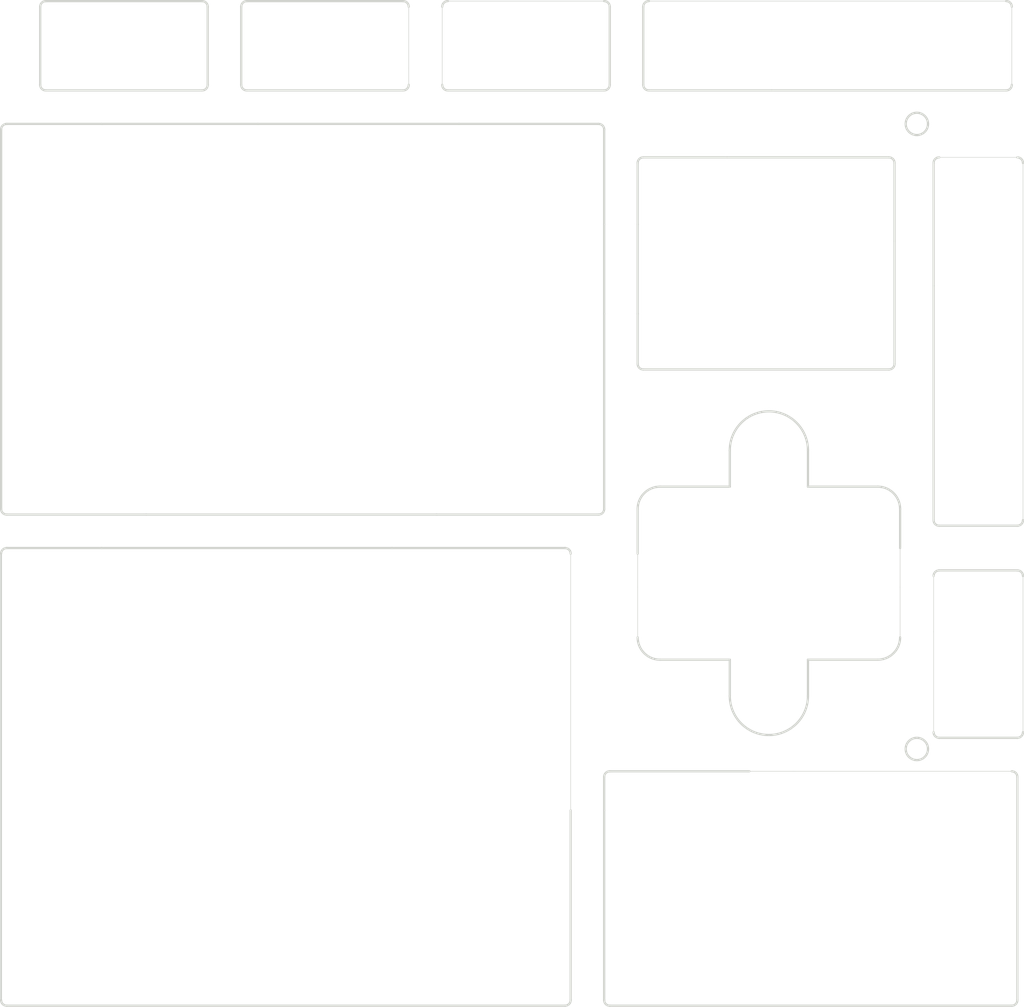
<source format=kicad_pcb>
(kicad_pcb (version 20221018) (generator pcbnew)

  (general
    (thickness 1.6)
  )

  (paper "A4")
  (layers
    (0 "F.Cu" signal)
    (31 "B.Cu" signal)
    (32 "B.Adhes" user "B.Adhesive")
    (33 "F.Adhes" user "F.Adhesive")
    (34 "B.Paste" user)
    (35 "F.Paste" user)
    (36 "B.SilkS" user "B.Silkscreen")
    (37 "F.SilkS" user "F.Silkscreen")
    (38 "B.Mask" user)
    (39 "F.Mask" user)
    (40 "Dwgs.User" user "User.Drawings")
    (41 "Cmts.User" user "User.Comments")
    (42 "Eco1.User" user "User.Eco1")
    (43 "Eco2.User" user "User.Eco2")
    (44 "Edge.Cuts" user)
    (45 "Margin" user)
    (46 "B.CrtYd" user "B.Courtyard")
    (47 "F.CrtYd" user "F.Courtyard")
    (48 "B.Fab" user)
    (49 "F.Fab" user)
  )

  (setup
    (pad_to_mask_clearance 0.051)
    (solder_mask_min_width 0.25)
    (pcbplotparams
      (layerselection 0x0001000_7ffffffe)
      (plot_on_all_layers_selection 0x0001000_00000000)
      (disableapertmacros false)
      (usegerberextensions false)
      (usegerberattributes false)
      (usegerberadvancedattributes false)
      (creategerberjobfile false)
      (dashed_line_dash_ratio 12.000000)
      (dashed_line_gap_ratio 3.000000)
      (svgprecision 4)
      (plotframeref false)
      (viasonmask false)
      (mode 1)
      (useauxorigin false)
      (hpglpennumber 1)
      (hpglpenspeed 20)
      (hpglpendiameter 15.000000)
      (dxfpolygonmode true)
      (dxfimperialunits true)
      (dxfusepcbnewfont true)
      (psnegative false)
      (psa4output false)
      (plotreference false)
      (plotvalue false)
      (plotinvisibletext false)
      (sketchpadsonfab false)
      (subtractmaskfromsilk false)
      (outputformat 3)
      (mirror false)
      (drillshape 2)
      (scaleselection 1)
      (outputdirectory "./")
    )
  )

  (net 0 "")

  (gr_line (start 152.5 87.5) (end 152.5 101.5)
    (stroke (width 0.05) (type solid)) (layer "Edge.Cuts") (tstamp 00000000-0000-0000-0000-00005cb70f6b))
  (gr_line (start 126.25 76.25) (end 126.25 79.5)
    (stroke (width 0.2) (type solid)) (layer "Edge.Cuts") (tstamp 00000000-0000-0000-0000-00005cb71691))
  (gr_line (start 126.25 95) (end 120 95)
    (stroke (width 0.2) (type solid)) (layer "Edge.Cuts") (tstamp 00000000-0000-0000-0000-00005cb71694))
  (gr_line (start 133.25 76.25) (end 133.25 79.5)
    (stroke (width 0.2) (type solid)) (layer "Edge.Cuts") (tstamp 00000000-0000-0000-0000-00005cb71697))
  (gr_arc (start 126.25 76.25) (mid 129.75 72.75) (end 133.25 76.25)
    (stroke (width 0.2) (type solid)) (layer "Edge.Cuts") (tstamp 00000000-0000-0000-0000-00005cb7169a))
  (gr_arc (start 141.5 93) (mid 140.914214 94.414214) (end 139.5 95)
    (stroke (width 0.2) (type solid)) (layer "Edge.Cuts") (tstamp 00000000-0000-0000-0000-00005cb7169d))
  (gr_line (start 133.25 98.25) (end 133.25 95)
    (stroke (width 0.2) (type solid)) (layer "Edge.Cuts") (tstamp 00000000-0000-0000-0000-00005cb716a0))
  (gr_arc (start 139.5 79.5) (mid 140.914214 80.085786) (end 141.5 81.5)
    (stroke (width 0.2) (type solid)) (layer "Edge.Cuts") (tstamp 00000000-0000-0000-0000-00005cb716a3))
  (gr_arc (start 118 81.5) (mid 118.585786 80.085786) (end 120 79.5)
    (stroke (width 0.2) (type solid)) (layer "Edge.Cuts") (tstamp 00000000-0000-0000-0000-00005cb716a6))
  (gr_arc (start 133.25 98.25) (mid 129.75 101.75) (end 126.25 98.25)
    (stroke (width 0.2) (type solid)) (layer "Edge.Cuts") (tstamp 00000000-0000-0000-0000-00005cb716a9))
  (gr_line (start 126.25 98.25) (end 126.25 95)
    (stroke (width 0.2) (type solid)) (layer "Edge.Cuts") (tstamp 00000000-0000-0000-0000-00005cb716ac))
  (gr_line (start 139.5 79.5) (end 133.25 79.5)
    (stroke (width 0.2) (type solid)) (layer "Edge.Cuts") (tstamp 00000000-0000-0000-0000-00005cb716af))
  (gr_arc (start 120 95) (mid 118.585786 94.414214) (end 118 93)
    (stroke (width 0.2) (type solid)) (layer "Edge.Cuts") (tstamp 00000000-0000-0000-0000-00005cb716b2))
  (gr_line (start 126.25 79.5) (end 120 79.5)
    (stroke (width 0.2) (type solid)) (layer "Edge.Cuts") (tstamp 00000000-0000-0000-0000-00005cb716b5))
  (gr_line (start 139.5 95) (end 133.25 95)
    (stroke (width 0.2) (type solid)) (layer "Edge.Cuts") (tstamp 00000000-0000-0000-0000-00005cb716b8))
  (gr_line (start 141.5 85) (end 141.5 81.5)
    (stroke (width 0.2) (type solid)) (layer "Edge.Cuts") (tstamp 00000000-0000-0000-0000-00005cb716bb))
  (gr_line (start 118 81.5) (end 118 85.5)
    (stroke (width 0.2) (type solid)) (layer "Edge.Cuts") (tstamp 00000000-0000-0000-0000-00005cb716e2))
  (gr_line (start 112 85.5) (end 112 108.5)
    (stroke (width 0.05) (type solid)) (layer "Edge.Cuts") (tstamp 00000000-0000-0000-0000-00005cb72640))
  (gr_line (start 132 105) (end 128 105)
    (stroke (width 0.05) (type solid)) (layer "Edge.Cuts") (tstamp 00000000-0000-0000-0000-00005cb72643))
  (gr_line (start 151.5 105) (end 132 105)
    (stroke (width 0.05) (type solid)) (layer "Edge.Cuts") (tstamp 00000000-0000-0000-0000-00005cb72645))
  (gr_line (start 141.5 88.5) (end 141.5 85)
    (stroke (width 0.05) (type solid)) (layer "Edge.Cuts") (tstamp 00000000-0000-0000-0000-00005cb7264b))
  (gr_line (start 141.5 88.5) (end 141.5 93)
    (stroke (width 0.05) (type solid)) (layer "Edge.Cuts") (tstamp 00000000-0000-0000-0000-00005cb7264c))
  (gr_line (start 97.5 42) (end 97.5 36.5)
    (stroke (width 0.05) (type solid)) (layer "Edge.Cuts") (tstamp 00000000-0000-0000-0000-00005cb72af8))
  (gr_line (start 97.5 43.5) (end 97.5 42)
    (stroke (width 0.05) (type solid)) (layer "Edge.Cuts") (tstamp 00000000-0000-0000-0000-00005cb72af9))
  (gr_line (start 100.5 38) (end 100.5 43.5)
    (stroke (width 0.05) (type solid)) (layer "Edge.Cuts") (tstamp 00000000-0000-0000-0000-00005cb72c0d))
  (gr_line (start 101 36) (end 115 36)
    (stroke (width 0.05) (type solid)) (layer "Edge.Cuts") (tstamp 00000000-0000-0000-0000-00005cb72c11))
  (gr_line (start 100.5 38) (end 100.5 36.5)
    (stroke (width 0.05) (type solid)) (layer "Edge.Cuts") (tstamp 00000000-0000-0000-0000-00005cb72c12))
  (gr_line (start 119 36) (end 151 36)
    (stroke (width 0.05) (type solid)) (layer "Edge.Cuts") (tstamp 00000000-0000-0000-0000-00005cb72cb2))
  (gr_line (start 151.5 43.5) (end 151.5 42)
    (stroke (width 0.05) (type solid)) (layer "Edge.Cuts") (tstamp 00000000-0000-0000-0000-00005cb72d8f))
  (gr_line (start 151.5 36.5) (end 151.5 38)
    (stroke (width 0.05) (type solid)) (layer "Edge.Cuts") (tstamp 00000000-0000-0000-0000-00005cb72d90))
  (gr_line (start 151.5 38) (end 151.5 42)
    (stroke (width 0.05) (type solid)) (layer "Edge.Cuts") (tstamp 00000000-0000-0000-0000-00005cb733c8))
  (gr_line (start 145 50) (end 152 50)
    (stroke (width 0.05) (type solid)) (layer "Edge.Cuts") (tstamp 00000000-0000-0000-0000-00005cb733c9))
  (gr_line (start 61.5 47) (end 70 47)
    (stroke (width 0.2) (type solid)) (layer "Edge.Cuts") (tstamp 00000000-0000-0000-0000-00005cb739e5))
  (gr_line (start 70 47) (end 84 47)
    (stroke (width 0.2) (type solid)) (layer "Edge.Cuts") (tstamp 00000000-0000-0000-0000-00005cb739e6))
  (gr_line (start 84 47) (end 102 47)
    (stroke (width 0.2) (type solid)) (layer "Edge.Cuts") (tstamp 00000000-0000-0000-0000-00005cb739e7))
  (gr_line (start 102 47) (end 114.5 47)
    (stroke (width 0.2) (type solid)) (layer "Edge.Cuts") (tstamp 00000000-0000-0000-0000-00005cb739e8))
  (gr_line (start 118.5 50) (end 126 50)
    (stroke (width 0.2) (type solid)) (layer "Edge.Cuts") (tstamp 00000000-0000-0000-0000-00005cb739e9))
  (gr_line (start 115.5 36.5) (end 115.5 43.5)
    (stroke (width 0.2) (type solid)) (layer "Edge.Cuts") (tstamp 00000000-0000-0000-0000-00005cb73a06))
  (gr_line (start 118.5 36.5) (end 118.5 43.5)
    (stroke (width 0.2) (type solid)) (layer "Edge.Cuts") (tstamp 00000000-0000-0000-0000-00005cb73a07))
  (gr_line (start 118 50.5) (end 118 56)
    (stroke (width 0.2) (type solid)) (layer "Edge.Cuts") (tstamp 00000000-0000-0000-0000-00005cb73a09))
  (gr_line (start 118 56) (end 118 64)
    (stroke (width 0.2) (type solid)) (layer "Edge.Cuts") (tstamp 00000000-0000-0000-0000-00005cb73a0a))
  (gr_line (start 118 68.5) (end 118 64)
    (stroke (width 0.2) (type solid)) (layer "Edge.Cuts") (tstamp 00000000-0000-0000-0000-00005cb73d07))
  (gr_line (start 144.5 50.5) (end 144.5 61.5)
    (stroke (width 0.2) (type solid)) (layer "Edge.Cuts") (tstamp 00000000-0000-0000-0000-00005cb73d10))
  (gr_line (start 141 50.5) (end 141 57.5)
    (stroke (width 0.2) (type solid)) (layer "Edge.Cuts") (tstamp 00000000-0000-0000-0000-00005cb73d11))
  (gr_line (start 141 57.5) (end 141 68.5)
    (stroke (width 0.2) (type solid)) (layer "Edge.Cuts") (tstamp 00000000-0000-0000-0000-00005cb7400b))
  (gr_line (start 144.5 82.5) (end 144.5 61.5)
    (stroke (width 0.2) (type solid)) (layer "Edge.Cuts") (tstamp 00000000-0000-0000-0000-00005cb7400c))
  (gr_line (start 101 44) (end 115 44)
    (stroke (width 0.2) (type solid)) (layer "Edge.Cuts") (tstamp 00000000-0000-0000-0000-00005cb74031))
  (gr_line (start 119 44) (end 130 44)
    (stroke (width 0.2) (type solid)) (layer "Edge.Cuts") (tstamp 00000000-0000-0000-0000-00005cb74034))
  (gr_line (start 130 44) (end 151 44)
    (stroke (width 0.2) (type solid)) (layer "Edge.Cuts") (tstamp 00000000-0000-0000-0000-00005cb7403d))
  (gr_line (start 140.5 50) (end 126 50)
    (stroke (width 0.2) (type solid)) (layer "Edge.Cuts") (tstamp 00000000-0000-0000-0000-00005cb7403e))
  (gr_line (start 74 82) (end 61.5 82)
    (stroke (width 0.2) (type solid)) (layer "Edge.Cuts") (tstamp 00000000-0000-0000-0000-00005cb7a060))
  (gr_line (start 70 85) (end 61.5 85)
    (stroke (width 0.2) (type solid)) (layer "Edge.Cuts") (tstamp 00000000-0000-0000-0000-00005cb7a061))
  (gr_line (start 96 85) (end 70 85)
    (stroke (width 0.2) (type solid)) (layer "Edge.Cuts") (tstamp 00000000-0000-0000-0000-00005cb7a062))
  (gr_line (start 100 82) (end 74 82)
    (stroke (width 0.2) (type solid)) (layer "Edge.Cuts") (tstamp 00000000-0000-0000-0000-00005cb7a063))
  (gr_line (start 96 85) (end 111.5 85)
    (stroke (width 0.2) (type solid)) (layer "Edge.Cuts") (tstamp 00000000-0000-0000-0000-00005cb7a0a0))
  (gr_line (start 112 125.5) (end 112 108.5)
    (stroke (width 0.2) (type solid)) (layer "Edge.Cuts") (tstamp 00000000-0000-0000-0000-00005cb7a110))
  (gr_line (start 115 125.5) (end 115 108.5)
    (stroke (width 0.2) (type solid)) (layer "Edge.Cuts") (tstamp 00000000-0000-0000-0000-00005cb7a112))
  (gr_line (start 115 105.5) (end 115 108.5)
    (stroke (width 0.2) (type solid)) (layer "Edge.Cuts") (tstamp 00000000-0000-0000-0000-00005cb7a113))
  (gr_line (start 115.5 105) (end 128 105)
    (stroke (width 0.2) (type solid)) (layer "Edge.Cuts") (tstamp 00000000-0000-0000-0000-00005cb7a147))
  (gr_line (start 115 81.5) (end 115 64)
    (stroke (width 0.2) (type solid)) (layer "Edge.Cuts") (tstamp 00000000-0000-0000-0000-00005cb7a1f5))
  (gr_line (start 115 56) (end 115 64)
    (stroke (width 0.2) (type solid)) (layer "Edge.Cuts") (tstamp 00000000-0000-0000-0000-00005cb7a1f8))
  (gr_line (start 115 47.5) (end 115 56)
    (stroke (width 0.2) (type solid)) (layer "Edge.Cuts") (tstamp 00000000-0000-0000-0000-00005cb7a1f9))
  (gr_line (start 118 85.5) (end 118 88.5)
    (stroke (width 0.05) (type solid)) (layer "Edge.Cuts") (tstamp 082021fe-3d56-4a96-bf09-560691411a7f))
  (gr_arc (start 152 125.5) (mid 151.853553 125.853553) (end 151.5 126)
    (stroke (width 0.2) (type solid)) (layer "Edge.Cuts") (tstamp 0ed1135e-db11-41b2-b592-013d839ca63f))
  (gr_arc (start 118.5 36.5) (mid 118.646447 36.146447) (end 119 36)
    (stroke (width 0.2) (type solid)) (layer "Edge.Cuts") (tstamp 12d34c97-f588-486d-8134-b8dd06f82606))
  (gr_arc (start 115.5 126) (mid 115.146447 125.853553) (end 115 125.5)
    (stroke (width 0.2) (type solid)) (layer "Edge.Cuts") (tstamp 17e9953a-4c74-46ba-a391-9b5125c73db7))
  (gr_arc (start 83 44) (mid 82.646447 43.853553) (end 82.5 43.5)
    (stroke (width 0.2) (type solid)) (layer "Edge.Cuts") (tstamp 180d8b19-fc21-406b-8693-e7c91f2ffaed))
  (gr_line (start 79 44) (end 65 44)
    (stroke (width 0.2) (type solid)) (layer "Edge.Cuts") (tstamp 1ca45426-734f-493b-9281-f9ac83ee2796))
  (gr_arc (start 140.5 50) (mid 140.853553 50.146447) (end 141 50.5)
    (stroke (width 0.2) (type solid)) (layer "Edge.Cuts") (tstamp 1ef05515-b186-4033-a841-f5fe08f9b7d7))
  (gr_arc (start 65 44) (mid 64.646447 43.853553) (end 64.5 43.5)
    (stroke (width 0.2) (type solid)) (layer "Edge.Cuts") (tstamp 2236903a-ad91-4711-a76b-886804d1a3f4))
  (gr_arc (start 61.5 126) (mid 61.146447 125.853553) (end 61 125.5)
    (stroke (width 0.2) (type solid)) (layer "Edge.Cuts") (tstamp 22566791-03e7-46e4-a727-2af01d4ed0d8))
  (gr_line (start 118 93) (end 118 88.5)
    (stroke (width 0.05) (type solid)) (layer "Edge.Cuts") (tstamp 2487f849-4af9-4496-a96a-c5d5bbc2ee05))
  (gr_line (start 152 83) (end 145 83)
    (stroke (width 0.2) (type solid)) (layer "Edge.Cuts") (tstamp 2a9fbb6b-a4aa-420b-88ec-3144ed6059a4))
  (gr_arc (start 152 50) (mid 152.353553 50.146447) (end 152.5 50.5)
    (stroke (width 0.2) (type solid)) (layer "Edge.Cuts") (tstamp 2ac4c7aa-9498-48a8-89e6-0913fb34b503))
  (gr_arc (start 111.5 85) (mid 111.853553 85.146447) (end 112 85.5)
    (stroke (width 0.2) (type solid)) (layer "Edge.Cuts") (tstamp 2cbf0937-2f26-4aa1-99db-462cfe6d2e84))
  (gr_line (start 79.5 36.5) (end 79.5 43.5)
    (stroke (width 0.2) (type solid)) (layer "Edge.Cuts") (tstamp 2e4074b2-e8f5-4e68-a712-f5391f0c947d))
  (gr_arc (start 82.5 36.5) (mid 82.646447 36.146447) (end 83 36)
    (stroke (width 0.2) (type solid)) (layer "Edge.Cuts") (tstamp 30e9838b-6fb0-40af-8c4d-e489fd138713))
  (gr_arc (start 152.5 82.5) (mid 152.353553 82.853553) (end 152 83)
    (stroke (width 0.2) (type solid)) (layer "Edge.Cuts") (tstamp 317f5520-10b0-41b1-8cb1-9cd90de238c6))
  (gr_arc (start 152 87) (mid 152.353553 87.146447) (end 152.5 87.5)
    (stroke (width 0.2) (type solid)) (layer "Edge.Cuts") (tstamp 31fe4f93-9179-4f7e-9dc0-5ebef335555c))
  (gr_arc (start 152.5 101.5) (mid 152.353553 101.853553) (end 152 102)
    (stroke (width 0.2) (type solid)) (layer "Edge.Cuts") (tstamp 33c74faa-ee96-4e06-bdc0-def00987c2ce))
  (gr_arc (start 151 36) (mid 151.353553 36.146447) (end 151.5 36.5)
    (stroke (width 0.2) (type solid)) (layer "Edge.Cuts") (tstamp 4136c176-a86d-49ca-960e-aa0a24d4d441))
  (gr_arc (start 115 105.5) (mid 115.146447 105.146447) (end 115.5 105)
    (stroke (width 0.2) (type solid)) (layer "Edge.Cuts") (tstamp 42f655b1-0387-4cd9-b248-dad164e759c4))
  (gr_arc (start 112 125.5) (mid 111.853553 125.853553) (end 111.5 126)
    (stroke (width 0.2) (type solid)) (layer "Edge.Cuts") (tstamp 432a346d-9d3c-40e1-add1-eb7c05e8471a))
  (gr_arc (start 114.5 47) (mid 114.853553 47.146447) (end 115 47.5)
    (stroke (width 0.2) (type solid)) (layer "Edge.Cuts") (tstamp 4497fc02-15e4-423b-8a4b-7865f30f8a71))
  (gr_arc (start 61 85.5) (mid 61.146447 85.146447) (end 61.5 85)
    (stroke (width 0.2) (type solid)) (layer "Edge.Cuts") (tstamp 47c7c671-cfbb-4cdc-af98-ca6f6849bc19))
  (gr_arc (start 97 36) (mid 97.353553 36.146447) (end 97.5 36.5)
    (stroke (width 0.2) (type solid)) (layer "Edge.Cuts") (tstamp 4e935125-0240-4891-81b4-01d4fc03dd99))
  (gr_arc (start 145 83) (mid 144.646447 82.853553) (end 144.5 82.5)
    (stroke (width 0.2) (type solid)) (layer "Edge.Cuts") (tstamp 514d7fa2-d290-4a8a-8158-7c2f7b386f29))
  (gr_line (start 114.5 82) (end 100 82)
    (stroke (width 0.2) (type solid)) (layer "Edge.Cuts") (tstamp 51956b00-1d82-4b55-b3e7-c60d4aff6ef4))
  (gr_line (start 115.5 126) (end 151.5 126)
    (stroke (width 0.2) (type solid)) (layer "Edge.Cuts") (tstamp 62c4931d-ceca-4265-8ab3-b64556ea2210))
  (gr_line (start 83 44) (end 97 44)
    (stroke (width 0.2) (type solid)) (layer "Edge.Cuts") (tstamp 6623b734-3ab0-4793-ad30-2dbcfa8477fb))
  (gr_line (start 61.5 126) (end 111.5 126)
    (stroke (width 0.2) (type solid)) (layer "Edge.Cuts") (tstamp 6ae678f4-bb75-4eb9-83d6-fec8d775f665))
  (gr_line (start 144.5 101.5) (end 144.5 92.5)
    (stroke (width 0.05) (type solid)) (layer "Edge.Cuts") (tstamp 6c183bb8-b790-4306-aa41-270fcbd36bea))
  (gr_arc (start 115.5 43.5) (mid 115.353553 43.853553) (end 115 44)
    (stroke (width 0.2) (type solid)) (layer "Edge.Cuts") (tstamp 6c7845f2-4383-48f5-bed8-1d6f96f216b2))
  (gr_line (start 152 87) (end 145 87)
    (stroke (width 0.2) (type solid)) (layer "Edge.Cuts") (tstamp 6fdd342f-e03c-4b19-8eb0-94632111543d))
  (gr_circle (center 143 47) (end 144 47)
    (stroke (width 0.2) (type solid)) (fill none) (layer "Edge.Cuts") (tstamp 76dc7f4f-76c4-4d94-a25e-ea49c47c5ce1))
  (gr_arc (start 61 47.5) (mid 61.146447 47.146447) (end 61.5 47)
    (stroke (width 0.2) (type solid)) (layer "Edge.Cuts") (tstamp 7c7dc837-43f3-4c1a-a403-ce8021048b46))
  (gr_arc (start 115 81.5) (mid 114.853553 81.853553) (end 114.5 82)
    (stroke (width 0.2) (type solid)) (layer "Edge.Cuts") (tstamp 819332d5-7d58-4dcd-9f79-5c6ff3d6aaaa))
  (gr_arc (start 79.5 43.5) (mid 79.353553 43.853553) (end 79 44)
    (stroke (width 0.2) (type solid)) (layer "Edge.Cuts") (tstamp 855262ab-5f13-4e00-ac5d-b9883c06522a))
  (gr_arc (start 97.5 43.5) (mid 97.353553 43.853553) (end 97 44)
    (stroke (width 0.2) (type solid)) (layer "Edge.Cuts") (tstamp 87ffa4f1-bade-4144-836a-5908a8850099))
  (gr_circle (center 143 103) (end 144 103)
    (stroke (width 0.2) (type solid)) (fill none) (layer "Edge.Cuts") (tstamp 8f2af772-fc62-496f-ac64-89cc92594cdb))
  (gr_arc (start 101 44) (mid 100.646447 43.853553) (end 100.5 43.5)
    (stroke (width 0.2) (type solid)) (layer "Edge.Cuts") (tstamp 9025045b-9566-4548-addf-b8142df2cfc4))
  (gr_line (start 61 85.5) (end 61 125.5)
    (stroke (width 0.15) (type solid)) (layer "Edge.Cuts") (tstamp 94cf4598-bde7-46da-b344-1d75b47c9560))
  (gr_arc (start 144.5 87.5) (mid 144.646447 87.146447) (end 145 87)
    (stroke (width 0.2) (type solid)) (layer "Edge.Cuts") (tstamp a0aef86e-3f2a-4bba-b526-43ba32c3d552))
  (gr_line (start 152.5 50.5) (end 152.5 82.5)
    (stroke (width 0.05) (type solid)) (layer "Edge.Cuts") (tstamp a899b7c2-947b-4c62-a809-95c9e88eb628))
  (gr_line (start 61 81.5) (end 61 47.5)
    (stroke (width 0.2) (type solid)) (layer "Edge.Cuts") (tstamp ad9aeaaf-0fce-4057-8306-e8a2f64d90a3))
  (gr_arc (start 151.5 105) (mid 151.853553 105.146447) (end 152 105.5)
    (stroke (width 0.2) (type solid)) (layer "Edge.Cuts") (tstamp af286ab7-2bdf-4ff8-8f33-0ebec043285e))
  (gr_line (start 64.5 43.5) (end 64.5 36.5)
    (stroke (width 0.2) (type solid)) (layer "Edge.Cuts") (tstamp b0f9884c-8578-4c99-bef3-a0b08ab9cc39))
  (gr_arc (start 61.5 82) (mid 61.146447 81.853553) (end 61 81.5)
    (stroke (width 0.2) (type solid)) (layer "Edge.Cuts") (tstamp b3c3052d-2ac1-43eb-9cfe-7e77b289ac77))
  (gr_arc (start 79 36) (mid 79.353553 36.146447) (end 79.5 36.5)
    (stroke (width 0.2) (type solid)) (layer "Edge.Cuts") (tstamp b604efe6-967d-462e-b3de-8ccbc816936d))
  (gr_line (start 65 36) (end 79 36)
    (stroke (width 0.2) (type solid)) (layer "Edge.Cuts") (tstamp baf6b7f9-24d5-44c3-83a4-f7bb74dbf2d0))
  (gr_arc (start 141 68.5) (mid 140.853553 68.853553) (end 140.5 69)
    (stroke (width 0.2) (type solid)) (layer "Edge.Cuts") (tstamp bdc6fbea-b254-46f0-9589-ea917aace601))
  (gr_line (start 152 125.5) (end 152 105.5)
    (stroke (width 0.2) (type solid)) (layer "Edge.Cuts") (tstamp bf86a72a-9ef1-4eb7-8a35-cebc960a8316))
  (gr_arc (start 145 102) (mid 144.646447 101.853553) (end 144.5 101.5)
    (stroke (width 0.2) (type solid)) (layer "Edge.Cuts") (tstamp c163b59b-2986-4780-b835-4d57184bcae7))
  (gr_line (start 145 102) (end 152 102)
    (stroke (width 0.2) (type solid)) (layer "Edge.Cuts") (tstamp c4d4e497-fce8-4b2b-92e7-f7e37b4f0ae7))
  (gr_line (start 82.5 36.5) (end 82.5 43.5)
    (stroke (width 0.2) (type solid)) (layer "Edge.Cuts") (tstamp c56fe9c7-5406-431d-818d-442d381b7abf))
  (gr_line (start 144.5 87.5) (end 144.5 92.5)
    (stroke (width 0.05) (type solid)) (layer "Edge.Cuts") (tstamp c86a5b1c-5da3-4848-bfbc-03ac454a63ef))
  (gr_arc (start 119 44) (mid 118.646447 43.853553) (end 118.5 43.5)
    (stroke (width 0.2) (type solid)) (layer "Edge.Cuts") (tstamp d2009f11-6d4b-4268-8a3a-16a9e6c34566))
  (gr_line (start 97 36) (end 83 36)
    (stroke (width 0.2) (type solid)) (layer "Edge.Cuts") (tstamp d277c23f-b51e-420c-aa6c-0553b4c2c731))
  (gr_arc (start 100.5 36.5) (mid 100.646447 36.146447) (end 101 36)
    (stroke (width 0.2) (type solid)) (layer "Edge.Cuts") (tstamp d2fe97e7-2ed8-40e5-adc9-aef6080f7001))
  (gr_arc (start 151.5 43.5) (mid 151.353553 43.853553) (end 151 44)
    (stroke (width 0.2) (type solid)) (layer "Edge.Cuts") (tstamp e9981846-b3b7-43d0-90cb-7aa56285e1e8))
  (gr_line (start 140.5 69) (end 118.5 69)
    (stroke (width 0.2) (type solid)) (layer "Edge.Cuts") (tstamp ed5f678d-a1fe-4149-b0fc-cb915b21d7cd))
  (gr_arc (start 144.5 50.5) (mid 144.646447 50.146447) (end 145 50)
    (stroke (width 0.2) (type solid)) (layer "Edge.Cuts") (tstamp efac0be1-87a2-4f8c-9e99-b40f9178e067))
  (gr_arc (start 115 36) (mid 115.353553 36.146447) (end 115.5 36.5)
    (stroke (width 0.2) (type solid)) (layer "Edge.Cuts") (tstamp f079045d-d834-489f-ac43-6a458c7e9cd0))
  (gr_arc (start 118 50.5) (mid 118.146447 50.146447) (end 118.5 50)
    (stroke (width 0.2) (type solid)) (layer "Edge.Cuts") (tstamp f98424e4-f1c7-4612-966b-37d9615faae8))
  (gr_arc (start 64.5 36.5) (mid 64.646447 36.146447) (end 65 36)
    (stroke (width 0.2) (type solid)) (layer "Edge.Cuts") (tstamp fa82db4c-3615-41d4-a631-1fc5e1a36e82))
  (gr_arc (start 118.5 69) (mid 118.146447 68.853553) (end 118 68.5)
    (stroke (width 0.2) (type solid)) (layer "Edge.Cuts") (tstamp fef5a9d4-ca99-4d36-b8a1-f5a875096628))

)

</source>
